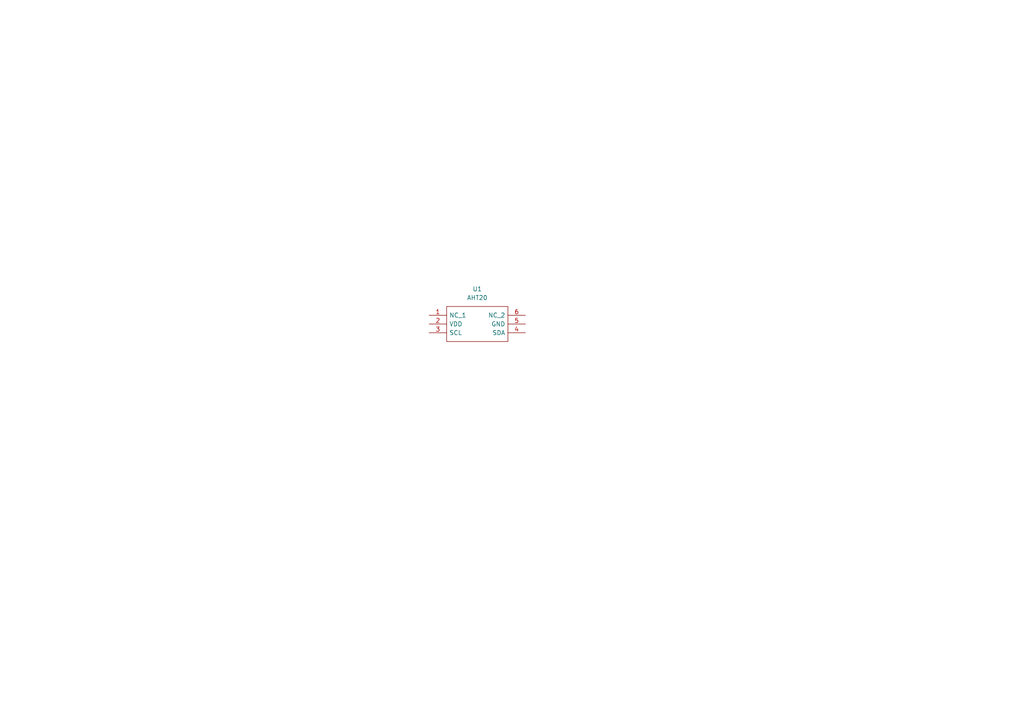
<source format=kicad_sch>
(kicad_sch (version 20230121) (generator eeschema)
  (paper "A4")
  (lib_symbols
    (symbol "AHT20:AHT20" (pin_names (offset 0.762))
      (property "Reference" "U" (at 24.13 7.62 0))
      (property "Value" "AHT20" (at 24.13 5.08 0))
      (symbol "AHT20_0_0"
        (pin passive line (at 0 0 0) (length 5.08) (name "NC_1") (number "1"))
        (pin passive line (at 0 -2.54 0) (length 5.08) (name "VDD") (number "2"))
        (pin passive line (at 0 -5.08 0) (length 5.08) (name "SCL") (number "3"))
        (pin passive line (at 27.94 -5.08 180) (length 5.08) (name "SDA") (number "4"))
        (pin passive line (at 27.94 -2.54 180) (length 5.08) (name "GND") (number "5"))
        (pin passive line (at 27.94 0 180) (length 5.08) (name "NC_2") (number "6"))
      )
      (symbol "AHT20_0_1"
        (polyline (pts (xy 5.08 2.54) (xy 22.86 2.54) (xy 22.86 -7.62) (xy 5.08 -7.62) (xy 5.08 2.54)) (stroke (width 0.1524)))
      )
    )
  )
  (symbol (lib_id "AHT20:AHT20") (at 124.46 91.44 0) (unit 1)
    (property "Reference" "U1" (at 138.43 83.82 0))
    (property "Value" "AHT20" (at 138.43 86.36 0))
    (property "Footprint" "AHT20:AHT20" (effects hide))
    (property "Datasheet" "http://www.aosong.com/userfiles/files/media/Data%20Sheet%20AHT20.pdf" (effects hide))
    (property "Description" "Integrated temperature and humidity Sensor DC : 2.2 - 5.5V, 0 ~{} 100% RH, -40 ~{} + 85 ." (effects hide))
    (property "Height" "1.1" (effects hide))
    (property "Manufacturer_Name" "Aosong" (effects hide))
    (property "Manufacturer_Part_Number" "AHT20" (effects hide))
  )
)
</source>
